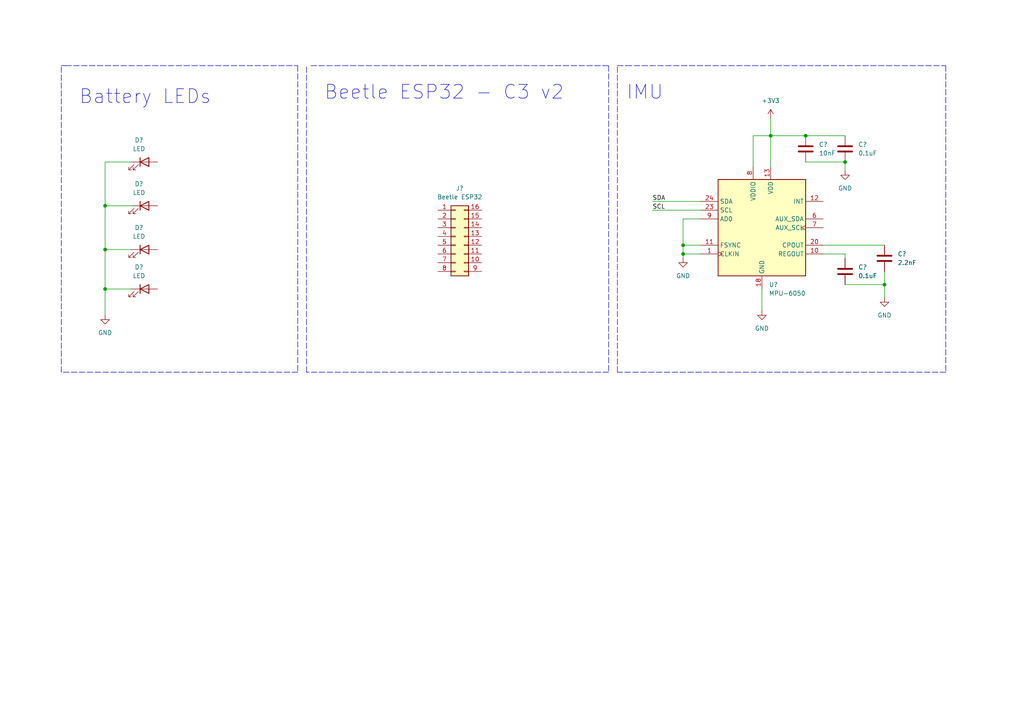
<source format=kicad_sch>
(kicad_sch (version 20211123) (generator eeschema)

  (uuid 1ae7948c-807f-4383-9613-50189d4be67e)

  (paper "A4")

  (lib_symbols
    (symbol "Connector_Generic:Conn_02x08_Counter_Clockwise" (pin_names (offset 1.016) hide) (in_bom yes) (on_board yes)
      (property "Reference" "J" (id 0) (at 1.27 10.16 0)
        (effects (font (size 1.27 1.27)))
      )
      (property "Value" "Conn_02x08_Counter_Clockwise" (id 1) (at 1.27 -12.7 0)
        (effects (font (size 1.27 1.27)))
      )
      (property "Footprint" "" (id 2) (at 0 0 0)
        (effects (font (size 1.27 1.27)) hide)
      )
      (property "Datasheet" "~" (id 3) (at 0 0 0)
        (effects (font (size 1.27 1.27)) hide)
      )
      (property "ki_keywords" "connector" (id 4) (at 0 0 0)
        (effects (font (size 1.27 1.27)) hide)
      )
      (property "ki_description" "Generic connector, double row, 02x08, counter clockwise pin numbering scheme (similar to DIP package numbering), script generated (kicad-library-utils/schlib/autogen/connector/)" (id 5) (at 0 0 0)
        (effects (font (size 1.27 1.27)) hide)
      )
      (property "ki_fp_filters" "Connector*:*_2x??_*" (id 6) (at 0 0 0)
        (effects (font (size 1.27 1.27)) hide)
      )
      (symbol "Conn_02x08_Counter_Clockwise_1_1"
        (rectangle (start -1.27 -10.033) (end 0 -10.287)
          (stroke (width 0.1524) (type default) (color 0 0 0 0))
          (fill (type none))
        )
        (rectangle (start -1.27 -7.493) (end 0 -7.747)
          (stroke (width 0.1524) (type default) (color 0 0 0 0))
          (fill (type none))
        )
        (rectangle (start -1.27 -4.953) (end 0 -5.207)
          (stroke (width 0.1524) (type default) (color 0 0 0 0))
          (fill (type none))
        )
        (rectangle (start -1.27 -2.413) (end 0 -2.667)
          (stroke (width 0.1524) (type default) (color 0 0 0 0))
          (fill (type none))
        )
        (rectangle (start -1.27 0.127) (end 0 -0.127)
          (stroke (width 0.1524) (type default) (color 0 0 0 0))
          (fill (type none))
        )
        (rectangle (start -1.27 2.667) (end 0 2.413)
          (stroke (width 0.1524) (type default) (color 0 0 0 0))
          (fill (type none))
        )
        (rectangle (start -1.27 5.207) (end 0 4.953)
          (stroke (width 0.1524) (type default) (color 0 0 0 0))
          (fill (type none))
        )
        (rectangle (start -1.27 7.747) (end 0 7.493)
          (stroke (width 0.1524) (type default) (color 0 0 0 0))
          (fill (type none))
        )
        (rectangle (start -1.27 8.89) (end 3.81 -11.43)
          (stroke (width 0.254) (type default) (color 0 0 0 0))
          (fill (type background))
        )
        (rectangle (start 3.81 -10.033) (end 2.54 -10.287)
          (stroke (width 0.1524) (type default) (color 0 0 0 0))
          (fill (type none))
        )
        (rectangle (start 3.81 -7.493) (end 2.54 -7.747)
          (stroke (width 0.1524) (type default) (color 0 0 0 0))
          (fill (type none))
        )
        (rectangle (start 3.81 -4.953) (end 2.54 -5.207)
          (stroke (width 0.1524) (type default) (color 0 0 0 0))
          (fill (type none))
        )
        (rectangle (start 3.81 -2.413) (end 2.54 -2.667)
          (stroke (width 0.1524) (type default) (color 0 0 0 0))
          (fill (type none))
        )
        (rectangle (start 3.81 0.127) (end 2.54 -0.127)
          (stroke (width 0.1524) (type default) (color 0 0 0 0))
          (fill (type none))
        )
        (rectangle (start 3.81 2.667) (end 2.54 2.413)
          (stroke (width 0.1524) (type default) (color 0 0 0 0))
          (fill (type none))
        )
        (rectangle (start 3.81 5.207) (end 2.54 4.953)
          (stroke (width 0.1524) (type default) (color 0 0 0 0))
          (fill (type none))
        )
        (rectangle (start 3.81 7.747) (end 2.54 7.493)
          (stroke (width 0.1524) (type default) (color 0 0 0 0))
          (fill (type none))
        )
        (pin passive line (at -5.08 7.62 0) (length 3.81)
          (name "Pin_1" (effects (font (size 1.27 1.27))))
          (number "1" (effects (font (size 1.27 1.27))))
        )
        (pin passive line (at 7.62 -7.62 180) (length 3.81)
          (name "Pin_10" (effects (font (size 1.27 1.27))))
          (number "10" (effects (font (size 1.27 1.27))))
        )
        (pin passive line (at 7.62 -5.08 180) (length 3.81)
          (name "Pin_11" (effects (font (size 1.27 1.27))))
          (number "11" (effects (font (size 1.27 1.27))))
        )
        (pin passive line (at 7.62 -2.54 180) (length 3.81)
          (name "Pin_12" (effects (font (size 1.27 1.27))))
          (number "12" (effects (font (size 1.27 1.27))))
        )
        (pin passive line (at 7.62 0 180) (length 3.81)
          (name "Pin_13" (effects (font (size 1.27 1.27))))
          (number "13" (effects (font (size 1.27 1.27))))
        )
        (pin passive line (at 7.62 2.54 180) (length 3.81)
          (name "Pin_14" (effects (font (size 1.27 1.27))))
          (number "14" (effects (font (size 1.27 1.27))))
        )
        (pin passive line (at 7.62 5.08 180) (length 3.81)
          (name "Pin_15" (effects (font (size 1.27 1.27))))
          (number "15" (effects (font (size 1.27 1.27))))
        )
        (pin passive line (at 7.62 7.62 180) (length 3.81)
          (name "Pin_16" (effects (font (size 1.27 1.27))))
          (number "16" (effects (font (size 1.27 1.27))))
        )
        (pin passive line (at -5.08 5.08 0) (length 3.81)
          (name "Pin_2" (effects (font (size 1.27 1.27))))
          (number "2" (effects (font (size 1.27 1.27))))
        )
        (pin passive line (at -5.08 2.54 0) (length 3.81)
          (name "Pin_3" (effects (font (size 1.27 1.27))))
          (number "3" (effects (font (size 1.27 1.27))))
        )
        (pin passive line (at -5.08 0 0) (length 3.81)
          (name "Pin_4" (effects (font (size 1.27 1.27))))
          (number "4" (effects (font (size 1.27 1.27))))
        )
        (pin passive line (at -5.08 -2.54 0) (length 3.81)
          (name "Pin_5" (effects (font (size 1.27 1.27))))
          (number "5" (effects (font (size 1.27 1.27))))
        )
        (pin passive line (at -5.08 -5.08 0) (length 3.81)
          (name "Pin_6" (effects (font (size 1.27 1.27))))
          (number "6" (effects (font (size 1.27 1.27))))
        )
        (pin passive line (at -5.08 -7.62 0) (length 3.81)
          (name "Pin_7" (effects (font (size 1.27 1.27))))
          (number "7" (effects (font (size 1.27 1.27))))
        )
        (pin passive line (at -5.08 -10.16 0) (length 3.81)
          (name "Pin_8" (effects (font (size 1.27 1.27))))
          (number "8" (effects (font (size 1.27 1.27))))
        )
        (pin passive line (at 7.62 -10.16 180) (length 3.81)
          (name "Pin_9" (effects (font (size 1.27 1.27))))
          (number "9" (effects (font (size 1.27 1.27))))
        )
      )
    )
    (symbol "Device:C" (pin_numbers hide) (pin_names (offset 0.254)) (in_bom yes) (on_board yes)
      (property "Reference" "C" (id 0) (at 0.635 2.54 0)
        (effects (font (size 1.27 1.27)) (justify left))
      )
      (property "Value" "C" (id 1) (at 0.635 -2.54 0)
        (effects (font (size 1.27 1.27)) (justify left))
      )
      (property "Footprint" "" (id 2) (at 0.9652 -3.81 0)
        (effects (font (size 1.27 1.27)) hide)
      )
      (property "Datasheet" "~" (id 3) (at 0 0 0)
        (effects (font (size 1.27 1.27)) hide)
      )
      (property "ki_keywords" "cap capacitor" (id 4) (at 0 0 0)
        (effects (font (size 1.27 1.27)) hide)
      )
      (property "ki_description" "Unpolarized capacitor" (id 5) (at 0 0 0)
        (effects (font (size 1.27 1.27)) hide)
      )
      (property "ki_fp_filters" "C_*" (id 6) (at 0 0 0)
        (effects (font (size 1.27 1.27)) hide)
      )
      (symbol "C_0_1"
        (polyline
          (pts
            (xy -2.032 -0.762)
            (xy 2.032 -0.762)
          )
          (stroke (width 0.508) (type default) (color 0 0 0 0))
          (fill (type none))
        )
        (polyline
          (pts
            (xy -2.032 0.762)
            (xy 2.032 0.762)
          )
          (stroke (width 0.508) (type default) (color 0 0 0 0))
          (fill (type none))
        )
      )
      (symbol "C_1_1"
        (pin passive line (at 0 3.81 270) (length 2.794)
          (name "~" (effects (font (size 1.27 1.27))))
          (number "1" (effects (font (size 1.27 1.27))))
        )
        (pin passive line (at 0 -3.81 90) (length 2.794)
          (name "~" (effects (font (size 1.27 1.27))))
          (number "2" (effects (font (size 1.27 1.27))))
        )
      )
    )
    (symbol "Device:LED" (pin_numbers hide) (pin_names (offset 1.016) hide) (in_bom yes) (on_board yes)
      (property "Reference" "D" (id 0) (at 0 2.54 0)
        (effects (font (size 1.27 1.27)))
      )
      (property "Value" "LED" (id 1) (at 0 -2.54 0)
        (effects (font (size 1.27 1.27)))
      )
      (property "Footprint" "" (id 2) (at 0 0 0)
        (effects (font (size 1.27 1.27)) hide)
      )
      (property "Datasheet" "~" (id 3) (at 0 0 0)
        (effects (font (size 1.27 1.27)) hide)
      )
      (property "ki_keywords" "LED diode" (id 4) (at 0 0 0)
        (effects (font (size 1.27 1.27)) hide)
      )
      (property "ki_description" "Light emitting diode" (id 5) (at 0 0 0)
        (effects (font (size 1.27 1.27)) hide)
      )
      (property "ki_fp_filters" "LED* LED_SMD:* LED_THT:*" (id 6) (at 0 0 0)
        (effects (font (size 1.27 1.27)) hide)
      )
      (symbol "LED_0_1"
        (polyline
          (pts
            (xy -1.27 -1.27)
            (xy -1.27 1.27)
          )
          (stroke (width 0.254) (type default) (color 0 0 0 0))
          (fill (type none))
        )
        (polyline
          (pts
            (xy -1.27 0)
            (xy 1.27 0)
          )
          (stroke (width 0) (type default) (color 0 0 0 0))
          (fill (type none))
        )
        (polyline
          (pts
            (xy 1.27 -1.27)
            (xy 1.27 1.27)
            (xy -1.27 0)
            (xy 1.27 -1.27)
          )
          (stroke (width 0.254) (type default) (color 0 0 0 0))
          (fill (type none))
        )
        (polyline
          (pts
            (xy -3.048 -0.762)
            (xy -4.572 -2.286)
            (xy -3.81 -2.286)
            (xy -4.572 -2.286)
            (xy -4.572 -1.524)
          )
          (stroke (width 0) (type default) (color 0 0 0 0))
          (fill (type none))
        )
        (polyline
          (pts
            (xy -1.778 -0.762)
            (xy -3.302 -2.286)
            (xy -2.54 -2.286)
            (xy -3.302 -2.286)
            (xy -3.302 -1.524)
          )
          (stroke (width 0) (type default) (color 0 0 0 0))
          (fill (type none))
        )
      )
      (symbol "LED_1_1"
        (pin passive line (at -3.81 0 0) (length 2.54)
          (name "K" (effects (font (size 1.27 1.27))))
          (number "1" (effects (font (size 1.27 1.27))))
        )
        (pin passive line (at 3.81 0 180) (length 2.54)
          (name "A" (effects (font (size 1.27 1.27))))
          (number "2" (effects (font (size 1.27 1.27))))
        )
      )
    )
    (symbol "Sensor_Motion:MPU-6050" (in_bom yes) (on_board yes)
      (property "Reference" "U" (id 0) (at -11.43 13.97 0)
        (effects (font (size 1.27 1.27)))
      )
      (property "Value" "MPU-6050" (id 1) (at 7.62 -15.24 0)
        (effects (font (size 1.27 1.27)))
      )
      (property "Footprint" "Sensor_Motion:InvenSense_QFN-24_4x4mm_P0.5mm" (id 2) (at 0 -20.32 0)
        (effects (font (size 1.27 1.27)) hide)
      )
      (property "Datasheet" "https://store.invensense.com/datasheets/invensense/MPU-6050_DataSheet_V3%204.pdf" (id 3) (at 0 -3.81 0)
        (effects (font (size 1.27 1.27)) hide)
      )
      (property "ki_keywords" "mems" (id 4) (at 0 0 0)
        (effects (font (size 1.27 1.27)) hide)
      )
      (property "ki_description" "InvenSense 6-Axis Motion Sensor, Gyroscope, Accelerometer, I2C" (id 5) (at 0 0 0)
        (effects (font (size 1.27 1.27)) hide)
      )
      (property "ki_fp_filters" "*QFN*4x4mm*P0.5mm*" (id 6) (at 0 0 0)
        (effects (font (size 1.27 1.27)) hide)
      )
      (symbol "MPU-6050_0_0"
        (text "" (at 12.7 -2.54 0)
          (effects (font (size 1.27 1.27)))
        )
      )
      (symbol "MPU-6050_0_1"
        (rectangle (start -12.7 13.97) (end 12.7 -13.97)
          (stroke (width 0.254) (type default) (color 0 0 0 0))
          (fill (type background))
        )
      )
      (symbol "MPU-6050_1_1"
        (pin input clock (at -17.78 -7.62 0) (length 5.08)
          (name "CLKIN" (effects (font (size 1.27 1.27))))
          (number "1" (effects (font (size 1.27 1.27))))
        )
        (pin passive line (at 17.78 -7.62 180) (length 5.08)
          (name "REGOUT" (effects (font (size 1.27 1.27))))
          (number "10" (effects (font (size 1.27 1.27))))
        )
        (pin input line (at -17.78 -5.08 0) (length 5.08)
          (name "FSYNC" (effects (font (size 1.27 1.27))))
          (number "11" (effects (font (size 1.27 1.27))))
        )
        (pin output line (at 17.78 7.62 180) (length 5.08)
          (name "INT" (effects (font (size 1.27 1.27))))
          (number "12" (effects (font (size 1.27 1.27))))
        )
        (pin power_in line (at 2.54 17.78 270) (length 3.81)
          (name "VDD" (effects (font (size 1.27 1.27))))
          (number "13" (effects (font (size 1.27 1.27))))
        )
        (pin no_connect line (at -12.7 -10.16 0) (length 2.54) hide
          (name "NC" (effects (font (size 1.27 1.27))))
          (number "14" (effects (font (size 1.27 1.27))))
        )
        (pin no_connect line (at 12.7 12.7 180) (length 2.54) hide
          (name "NC" (effects (font (size 1.27 1.27))))
          (number "15" (effects (font (size 1.27 1.27))))
        )
        (pin no_connect line (at 12.7 10.16 180) (length 2.54) hide
          (name "NC" (effects (font (size 1.27 1.27))))
          (number "16" (effects (font (size 1.27 1.27))))
        )
        (pin no_connect line (at 12.7 5.08 180) (length 2.54) hide
          (name "NC" (effects (font (size 1.27 1.27))))
          (number "17" (effects (font (size 1.27 1.27))))
        )
        (pin power_in line (at 0 -17.78 90) (length 3.81)
          (name "GND" (effects (font (size 1.27 1.27))))
          (number "18" (effects (font (size 1.27 1.27))))
        )
        (pin no_connect line (at 12.7 -10.16 180) (length 2.54) hide
          (name "NC" (effects (font (size 1.27 1.27))))
          (number "19" (effects (font (size 1.27 1.27))))
        )
        (pin no_connect line (at -12.7 12.7 0) (length 2.54) hide
          (name "NC" (effects (font (size 1.27 1.27))))
          (number "2" (effects (font (size 1.27 1.27))))
        )
        (pin passive line (at 17.78 -5.08 180) (length 5.08)
          (name "CPOUT" (effects (font (size 1.27 1.27))))
          (number "20" (effects (font (size 1.27 1.27))))
        )
        (pin no_connect line (at 12.7 -2.54 180) (length 2.54) hide
          (name "NC" (effects (font (size 1.27 1.27))))
          (number "21" (effects (font (size 1.27 1.27))))
        )
        (pin no_connect line (at 12.7 -12.7 180) (length 2.54) hide
          (name "NC" (effects (font (size 1.27 1.27))))
          (number "22" (effects (font (size 1.27 1.27))))
        )
        (pin input line (at -17.78 5.08 0) (length 5.08)
          (name "SCL" (effects (font (size 1.27 1.27))))
          (number "23" (effects (font (size 1.27 1.27))))
        )
        (pin bidirectional line (at -17.78 7.62 0) (length 5.08)
          (name "SDA" (effects (font (size 1.27 1.27))))
          (number "24" (effects (font (size 1.27 1.27))))
        )
        (pin no_connect line (at -12.7 10.16 0) (length 2.54) hide
          (name "NC" (effects (font (size 1.27 1.27))))
          (number "3" (effects (font (size 1.27 1.27))))
        )
        (pin no_connect line (at -12.7 0 0) (length 2.54) hide
          (name "NC" (effects (font (size 1.27 1.27))))
          (number "4" (effects (font (size 1.27 1.27))))
        )
        (pin no_connect line (at -12.7 -2.54 0) (length 2.54) hide
          (name "NC" (effects (font (size 1.27 1.27))))
          (number "5" (effects (font (size 1.27 1.27))))
        )
        (pin bidirectional line (at 17.78 2.54 180) (length 5.08)
          (name "AUX_SDA" (effects (font (size 1.27 1.27))))
          (number "6" (effects (font (size 1.27 1.27))))
        )
        (pin output clock (at 17.78 0 180) (length 5.08)
          (name "AUX_SCL" (effects (font (size 1.27 1.27))))
          (number "7" (effects (font (size 1.27 1.27))))
        )
        (pin power_in line (at -2.54 17.78 270) (length 3.81)
          (name "VDDIO" (effects (font (size 1.27 1.27))))
          (number "8" (effects (font (size 1.27 1.27))))
        )
        (pin input line (at -17.78 2.54 0) (length 5.08)
          (name "AD0" (effects (font (size 1.27 1.27))))
          (number "9" (effects (font (size 1.27 1.27))))
        )
      )
    )
    (symbol "power:+3V3" (power) (pin_names (offset 0)) (in_bom yes) (on_board yes)
      (property "Reference" "#PWR" (id 0) (at 0 -3.81 0)
        (effects (font (size 1.27 1.27)) hide)
      )
      (property "Value" "+3V3" (id 1) (at 0 3.556 0)
        (effects (font (size 1.27 1.27)))
      )
      (property "Footprint" "" (id 2) (at 0 0 0)
        (effects (font (size 1.27 1.27)) hide)
      )
      (property "Datasheet" "" (id 3) (at 0 0 0)
        (effects (font (size 1.27 1.27)) hide)
      )
      (property "ki_keywords" "power-flag" (id 4) (at 0 0 0)
        (effects (font (size 1.27 1.27)) hide)
      )
      (property "ki_description" "Power symbol creates a global label with name \"+3V3\"" (id 5) (at 0 0 0)
        (effects (font (size 1.27 1.27)) hide)
      )
      (symbol "+3V3_0_1"
        (polyline
          (pts
            (xy -0.762 1.27)
            (xy 0 2.54)
          )
          (stroke (width 0) (type default) (color 0 0 0 0))
          (fill (type none))
        )
        (polyline
          (pts
            (xy 0 0)
            (xy 0 2.54)
          )
          (stroke (width 0) (type default) (color 0 0 0 0))
          (fill (type none))
        )
        (polyline
          (pts
            (xy 0 2.54)
            (xy 0.762 1.27)
          )
          (stroke (width 0) (type default) (color 0 0 0 0))
          (fill (type none))
        )
      )
      (symbol "+3V3_1_1"
        (pin power_in line (at 0 0 90) (length 0) hide
          (name "+3V3" (effects (font (size 1.27 1.27))))
          (number "1" (effects (font (size 1.27 1.27))))
        )
      )
    )
    (symbol "power:GND" (power) (pin_names (offset 0)) (in_bom yes) (on_board yes)
      (property "Reference" "#PWR" (id 0) (at 0 -6.35 0)
        (effects (font (size 1.27 1.27)) hide)
      )
      (property "Value" "GND" (id 1) (at 0 -3.81 0)
        (effects (font (size 1.27 1.27)))
      )
      (property "Footprint" "" (id 2) (at 0 0 0)
        (effects (font (size 1.27 1.27)) hide)
      )
      (property "Datasheet" "" (id 3) (at 0 0 0)
        (effects (font (size 1.27 1.27)) hide)
      )
      (property "ki_keywords" "power-flag" (id 4) (at 0 0 0)
        (effects (font (size 1.27 1.27)) hide)
      )
      (property "ki_description" "Power symbol creates a global label with name \"GND\" , ground" (id 5) (at 0 0 0)
        (effects (font (size 1.27 1.27)) hide)
      )
      (symbol "GND_0_1"
        (polyline
          (pts
            (xy 0 0)
            (xy 0 -1.27)
            (xy 1.27 -1.27)
            (xy 0 -2.54)
            (xy -1.27 -1.27)
            (xy 0 -1.27)
          )
          (stroke (width 0) (type default) (color 0 0 0 0))
          (fill (type none))
        )
      )
      (symbol "GND_1_1"
        (pin power_in line (at 0 0 270) (length 0) hide
          (name "GND" (effects (font (size 1.27 1.27))))
          (number "1" (effects (font (size 1.27 1.27))))
        )
      )
    )
  )

  (junction (at 198.12 71.12) (diameter 0) (color 0 0 0 0)
    (uuid 690009f8-67fe-4e9a-be42-c7dd9bcfc9d0)
  )
  (junction (at 30.48 83.82) (diameter 0) (color 0 0 0 0)
    (uuid 7cbc729a-e4b1-494a-a769-bcf0cfe19fef)
  )
  (junction (at 256.54 82.55) (diameter 0) (color 0 0 0 0)
    (uuid 899c5129-1255-49b1-ba07-12acece2c4b5)
  )
  (junction (at 245.11 46.99) (diameter 0) (color 0 0 0 0)
    (uuid 9068df47-fab2-46c4-928d-3f949b622b1d)
  )
  (junction (at 223.52 39.37) (diameter 0) (color 0 0 0 0)
    (uuid 9d382679-850b-46e6-9ddb-a4958f19d1c3)
  )
  (junction (at 198.12 73.66) (diameter 0) (color 0 0 0 0)
    (uuid c0575277-0038-4ab7-b43b-6e3a4ac9c438)
  )
  (junction (at 233.68 39.37) (diameter 0) (color 0 0 0 0)
    (uuid c2f9396e-c5b6-4687-9f76-8b96e8127f67)
  )
  (junction (at 30.48 59.69) (diameter 0) (color 0 0 0 0)
    (uuid cf2cd380-dc6e-48e9-a9ec-603197965a0d)
  )
  (junction (at 30.48 72.39) (diameter 0) (color 0 0 0 0)
    (uuid e6f2a0a7-5c80-47cf-b40c-66ed8b971ed9)
  )

  (wire (pts (xy 223.52 39.37) (xy 233.68 39.37))
    (stroke (width 0) (type default) (color 0 0 0 0))
    (uuid 01dbf05e-58ec-4162-8d1e-3226141ac11a)
  )
  (wire (pts (xy 203.2 71.12) (xy 198.12 71.12))
    (stroke (width 0) (type default) (color 0 0 0 0))
    (uuid 0a69441a-9349-4078-9d27-3b4b05e8f54b)
  )
  (wire (pts (xy 256.54 78.74) (xy 256.54 82.55))
    (stroke (width 0) (type default) (color 0 0 0 0))
    (uuid 0ad3e8ce-b62d-4dbd-809b-646accb49b5b)
  )
  (polyline (pts (xy 86.36 107.95) (xy 17.78 107.95))
    (stroke (width 0) (type default) (color 0 0 0 0))
    (uuid 11ba9571-85ef-439a-8c9c-c8fdbb014b30)
  )

  (wire (pts (xy 223.52 34.29) (xy 223.52 39.37))
    (stroke (width 0) (type default) (color 0 0 0 0))
    (uuid 14811fa0-714a-48f8-8c4b-40987e643654)
  )
  (polyline (pts (xy 86.36 19.05) (xy 86.36 107.95))
    (stroke (width 0) (type default) (color 0 0 0 0))
    (uuid 1874f842-aa2a-4ac3-ac21-33a980e6001a)
  )
  (polyline (pts (xy 179.07 107.95) (xy 179.07 19.05))
    (stroke (width 0) (type default) (color 0 0 0 0))
    (uuid 29225bd4-22e3-45a8-82fb-b0c8186362d0)
  )
  (polyline (pts (xy 176.53 19.05) (xy 176.53 107.95))
    (stroke (width 0) (type default) (color 0 0 0 0))
    (uuid 3ac5a4f8-4106-4192-9a53-4d009178248d)
  )
  (polyline (pts (xy 17.78 19.05) (xy 19.05 19.05))
    (stroke (width 0) (type default) (color 0 0 0 0))
    (uuid 422d8969-2e14-47bc-b52a-996f5ea11b7b)
  )

  (wire (pts (xy 189.23 60.96) (xy 203.2 60.96))
    (stroke (width 0) (type default) (color 0 0 0 0))
    (uuid 42c01fdf-e02e-4bbc-86e2-8b65378a7516)
  )
  (wire (pts (xy 245.11 82.55) (xy 256.54 82.55))
    (stroke (width 0) (type default) (color 0 0 0 0))
    (uuid 45a5583f-3329-4dc6-bb3a-1915eb0b978f)
  )
  (wire (pts (xy 38.1 46.99) (xy 30.48 46.99))
    (stroke (width 0) (type default) (color 0 0 0 0))
    (uuid 45db436b-b47b-4112-bc82-2bfe8afc04c3)
  )
  (wire (pts (xy 198.12 73.66) (xy 198.12 74.93))
    (stroke (width 0) (type default) (color 0 0 0 0))
    (uuid 46a331e8-a67a-4ce3-ad2b-39f16d08770a)
  )
  (wire (pts (xy 198.12 73.66) (xy 203.2 73.66))
    (stroke (width 0) (type default) (color 0 0 0 0))
    (uuid 53b05379-6b3c-438f-be21-e46e96a2d243)
  )
  (polyline (pts (xy 181.61 19.05) (xy 274.32 19.05))
    (stroke (width 0) (type default) (color 0 0 0 0))
    (uuid 565c16fc-1edf-42d3-a9da-5bf252a5b313)
  )

  (wire (pts (xy 218.44 39.37) (xy 223.52 39.37))
    (stroke (width 0) (type default) (color 0 0 0 0))
    (uuid 58242929-0055-461d-9b3b-6181b76362c5)
  )
  (wire (pts (xy 198.12 63.5) (xy 198.12 71.12))
    (stroke (width 0) (type default) (color 0 0 0 0))
    (uuid 5da099f9-d159-4c7f-b45c-d55c03c38829)
  )
  (wire (pts (xy 30.48 46.99) (xy 30.48 59.69))
    (stroke (width 0) (type default) (color 0 0 0 0))
    (uuid 5f9b79fc-5408-4924-80ba-b0eec10d686a)
  )
  (wire (pts (xy 38.1 72.39) (xy 30.48 72.39))
    (stroke (width 0) (type default) (color 0 0 0 0))
    (uuid 75aeb5fe-dbfa-44ac-a5af-96a54b96b5c6)
  )
  (wire (pts (xy 223.52 39.37) (xy 223.52 48.26))
    (stroke (width 0) (type default) (color 0 0 0 0))
    (uuid 77a943d7-2fa1-49ce-bc2e-5c8ad79f6d04)
  )
  (wire (pts (xy 238.76 71.12) (xy 256.54 71.12))
    (stroke (width 0) (type default) (color 0 0 0 0))
    (uuid 7ab12717-ba04-4ee0-a075-ae26f4e4bc37)
  )
  (wire (pts (xy 256.54 82.55) (xy 256.54 86.36))
    (stroke (width 0) (type default) (color 0 0 0 0))
    (uuid 7ce434cb-2676-43c9-9b8f-6a5b7f6237d7)
  )
  (polyline (pts (xy 88.9 107.95) (xy 88.9 19.05))
    (stroke (width 0) (type default) (color 0 0 0 0))
    (uuid 8bc28ab0-1ea1-45d0-b68a-491525b5de53)
  )
  (polyline (pts (xy 176.53 107.95) (xy 88.9 107.95))
    (stroke (width 0) (type default) (color 0 0 0 0))
    (uuid 90b9095e-de37-4645-bdda-27d50855f259)
  )

  (wire (pts (xy 30.48 83.82) (xy 30.48 91.44))
    (stroke (width 0) (type default) (color 0 0 0 0))
    (uuid 97211c9d-f9d8-4a9b-8bc1-11397019b335)
  )
  (wire (pts (xy 30.48 72.39) (xy 30.48 83.82))
    (stroke (width 0) (type default) (color 0 0 0 0))
    (uuid 984e62dc-515b-4a1e-8103-2378c3fe4317)
  )
  (wire (pts (xy 238.76 73.66) (xy 245.11 73.66))
    (stroke (width 0) (type default) (color 0 0 0 0))
    (uuid b016ab92-5ed7-484c-b926-ce95b705f8b7)
  )
  (wire (pts (xy 220.98 83.82) (xy 220.98 90.17))
    (stroke (width 0) (type default) (color 0 0 0 0))
    (uuid b36aaaa3-4046-47fa-9ba1-5f3e24b6bdfa)
  )
  (polyline (pts (xy 274.32 19.05) (xy 274.32 107.95))
    (stroke (width 0) (type default) (color 0 0 0 0))
    (uuid b4276f8f-638a-403c-a7d5-8be90e4f6a73)
  )

  (wire (pts (xy 38.1 83.82) (xy 30.48 83.82))
    (stroke (width 0) (type default) (color 0 0 0 0))
    (uuid b5555a33-2f62-4f12-aff4-ae23fc6c3ce5)
  )
  (polyline (pts (xy 179.07 19.05) (xy 181.61 19.05))
    (stroke (width 0) (type default) (color 0 0 0 0))
    (uuid bd896640-ddec-47fe-81f6-2683422fbb70)
  )

  (wire (pts (xy 233.68 39.37) (xy 245.11 39.37))
    (stroke (width 0) (type default) (color 0 0 0 0))
    (uuid bfb1f71f-85bc-4bd5-a44f-ed5f8114d6ed)
  )
  (polyline (pts (xy 19.05 19.05) (xy 86.36 19.05))
    (stroke (width 0) (type default) (color 0 0 0 0))
    (uuid c3e6a708-c57c-4a94-a550-c6b5feee56eb)
  )

  (wire (pts (xy 203.2 63.5) (xy 198.12 63.5))
    (stroke (width 0) (type default) (color 0 0 0 0))
    (uuid c5e32d56-32a4-42fb-a4f6-b6b94d425064)
  )
  (polyline (pts (xy 90.17 19.05) (xy 176.53 19.05))
    (stroke (width 0) (type default) (color 0 0 0 0))
    (uuid cc7e0ff5-4bbe-44a8-9b0e-e40c763e7fa2)
  )

  (wire (pts (xy 245.11 46.99) (xy 245.11 49.53))
    (stroke (width 0) (type default) (color 0 0 0 0))
    (uuid cf03270b-cad2-4462-9863-cbbd36635f07)
  )
  (wire (pts (xy 233.68 46.99) (xy 245.11 46.99))
    (stroke (width 0) (type default) (color 0 0 0 0))
    (uuid dc463e11-961d-48aa-8f25-ef8d522243c3)
  )
  (wire (pts (xy 30.48 59.69) (xy 30.48 72.39))
    (stroke (width 0) (type default) (color 0 0 0 0))
    (uuid dfa260e3-045e-47cf-9037-fc062d924a8e)
  )
  (wire (pts (xy 189.23 58.42) (xy 203.2 58.42))
    (stroke (width 0) (type default) (color 0 0 0 0))
    (uuid ec20060c-45d7-4f37-b1ce-f9500474bb60)
  )
  (wire (pts (xy 30.48 59.69) (xy 38.1 59.69))
    (stroke (width 0) (type default) (color 0 0 0 0))
    (uuid ef9a003d-06d6-42f2-958e-4c409ca2b5c5)
  )
  (wire (pts (xy 245.11 73.66) (xy 245.11 74.93))
    (stroke (width 0) (type default) (color 0 0 0 0))
    (uuid f38138ea-b92a-442d-83f4-c0c7e4325643)
  )
  (polyline (pts (xy 17.78 107.95) (xy 17.78 19.05))
    (stroke (width 0) (type default) (color 0 0 0 0))
    (uuid f6ceb9ff-61ca-4afc-8532-245f60702c05)
  )
  (polyline (pts (xy 274.32 107.95) (xy 179.07 107.95))
    (stroke (width 0) (type default) (color 0 0 0 0))
    (uuid f785d1d4-888b-4109-8a73-1ccbe5bc2b3d)
  )

  (wire (pts (xy 218.44 48.26) (xy 218.44 39.37))
    (stroke (width 0) (type default) (color 0 0 0 0))
    (uuid f9aba8d2-acd8-4eb0-8eed-0fef782a2fcd)
  )
  (wire (pts (xy 198.12 71.12) (xy 198.12 73.66))
    (stroke (width 0) (type default) (color 0 0 0 0))
    (uuid ff81e499-91bb-454d-8523-dcc024ebe24c)
  )

  (text "Battery LEDs" (at 22.86 30.48 0)
    (effects (font (size 4 4)) (justify left bottom))
    (uuid 79be6f9f-4ba6-47dc-bb1e-061e0649f10e)
  )
  (text "IMU" (at 181.61 29.21 0)
    (effects (font (size 4 4)) (justify left bottom))
    (uuid 9803084e-7e6b-40f5-80fb-3ad59af9e07e)
  )
  (text "Beetle ESP32 - C3 v2" (at 93.98 29.21 0)
    (effects (font (size 4 4)) (justify left bottom))
    (uuid f645b2db-514c-48a2-8776-6461562dc2f4)
  )

  (label "SDA" (at 189.23 58.42 0)
    (effects (font (size 1.27 1.27)) (justify left bottom))
    (uuid aad81cee-b662-4ad5-8c2c-6b5d171f72a9)
  )
  (label "SCL" (at 189.23 60.96 0)
    (effects (font (size 1.27 1.27)) (justify left bottom))
    (uuid d25f5e7c-346e-448a-a941-1168adda22b5)
  )

  (symbol (lib_id "Device:LED") (at 41.91 59.69 0) (unit 1)
    (in_bom yes) (on_board yes) (fields_autoplaced)
    (uuid 12b30860-dddf-448e-96a2-71721465c456)
    (property "Reference" "D?" (id 0) (at 40.3225 53.34 0))
    (property "Value" "LED" (id 1) (at 40.3225 55.88 0))
    (property "Footprint" "" (id 2) (at 41.91 59.69 0)
      (effects (font (size 1.27 1.27)) hide)
    )
    (property "Datasheet" "~" (id 3) (at 41.91 59.69 0)
      (effects (font (size 1.27 1.27)) hide)
    )
    (pin "1" (uuid 5771dcb8-9ad1-4ad7-9c9d-172a89c4aeda))
    (pin "2" (uuid 53e4c452-c961-45db-bbe7-1924647190b2))
  )

  (symbol (lib_id "Device:LED") (at 41.91 46.99 0) (unit 1)
    (in_bom yes) (on_board yes) (fields_autoplaced)
    (uuid 1412175b-9718-4639-893c-c556ac2e5a93)
    (property "Reference" "D?" (id 0) (at 40.3225 40.64 0))
    (property "Value" "LED" (id 1) (at 40.3225 43.18 0))
    (property "Footprint" "" (id 2) (at 41.91 46.99 0)
      (effects (font (size 1.27 1.27)) hide)
    )
    (property "Datasheet" "~" (id 3) (at 41.91 46.99 0)
      (effects (font (size 1.27 1.27)) hide)
    )
    (pin "1" (uuid 3e1e0d78-4a5c-4dfe-ae9d-392cbd71a7f7))
    (pin "2" (uuid ee574d73-42d0-426d-8efb-fc011dab52d0))
  )

  (symbol (lib_id "Connector_Generic:Conn_02x08_Counter_Clockwise") (at 132.08 68.58 0) (unit 1)
    (in_bom yes) (on_board yes) (fields_autoplaced)
    (uuid 1a5216de-856b-48b4-bd6d-cbca21e90be2)
    (property "Reference" "J?" (id 0) (at 133.35 54.61 0))
    (property "Value" "Beetle ESP32" (id 1) (at 133.35 57.15 0))
    (property "Footprint" "" (id 2) (at 132.08 68.58 0)
      (effects (font (size 1.27 1.27)) hide)
    )
    (property "Datasheet" "~" (id 3) (at 132.08 68.58 0)
      (effects (font (size 1.27 1.27)) hide)
    )
    (pin "1" (uuid 1c7484ae-8bef-4ae9-926c-e41d27be447f))
    (pin "10" (uuid d7015dfd-f8a5-4e59-b8f7-90327194c42e))
    (pin "11" (uuid 9445814b-4834-409a-a2d8-3d7a47154825))
    (pin "12" (uuid be5fa716-b92c-4933-8768-f9398a75fefa))
    (pin "13" (uuid 7ca40402-2085-4c7a-8155-c88cd9160979))
    (pin "14" (uuid 1948959f-89f2-4070-8b59-1207b251833a))
    (pin "15" (uuid 1acb08d7-efd0-4bf8-b179-c41649572066))
    (pin "16" (uuid 9b5289d9-a11d-4770-8ab5-33acbb3e4efc))
    (pin "2" (uuid c866af8e-a6a9-4423-b306-786298b27a77))
    (pin "3" (uuid 7df529bc-61d9-4552-b86d-e8c1410a0188))
    (pin "4" (uuid 8a50ad28-837b-4e51-810d-2325e74cc212))
    (pin "5" (uuid 8fccb4e9-e67b-4412-b302-d8ec8dd0e4e6))
    (pin "6" (uuid 49b82cb7-b40d-403a-81d0-dc43b7d68240))
    (pin "7" (uuid 50bed6fe-07c1-4248-9260-317d2819bba4))
    (pin "8" (uuid 5b99f306-ae4c-429d-bc26-dbf8aa919562))
    (pin "9" (uuid 65b9fd6a-a35c-4c02-8958-1edb5f04f8da))
  )

  (symbol (lib_id "Sensor_Motion:MPU-6050") (at 220.98 66.04 0) (unit 1)
    (in_bom yes) (on_board yes) (fields_autoplaced)
    (uuid 2b484961-04f6-48b2-a8c4-7292f9bb0d74)
    (property "Reference" "U?" (id 0) (at 222.9994 82.55 0)
      (effects (font (size 1.27 1.27)) (justify left))
    )
    (property "Value" "MPU-6050" (id 1) (at 222.9994 85.09 0)
      (effects (font (size 1.27 1.27)) (justify left))
    )
    (property "Footprint" "Sensor_Motion:InvenSense_QFN-24_4x4mm_P0.5mm" (id 2) (at 220.98 86.36 0)
      (effects (font (size 1.27 1.27)) hide)
    )
    (property "Datasheet" "https://store.invensense.com/datasheets/invensense/MPU-6050_DataSheet_V3%204.pdf" (id 3) (at 220.98 69.85 0)
      (effects (font (size 1.27 1.27)) hide)
    )
    (pin "1" (uuid f197b954-d2fb-4c3e-8bdc-73b97bf71b68))
    (pin "10" (uuid 185dbe82-65c4-44b0-8057-27b3895cebda))
    (pin "11" (uuid 577556ce-0cda-46dc-b21a-49b3d82bab48))
    (pin "12" (uuid a2722b67-b30d-43a9-a0e6-06a5622753c6))
    (pin "13" (uuid 8ecc560b-3ce0-41ce-bee6-080cf81912c8))
    (pin "14" (uuid 12a8845b-cef8-431b-88e8-5c8837f6f6d8))
    (pin "15" (uuid b1b90114-83d8-46c5-a830-c5b7ba390077))
    (pin "16" (uuid c726a18f-fa7e-4b87-95a5-3bd8862daa35))
    (pin "17" (uuid 4d9ee432-b082-436c-a539-8ce2de04543a))
    (pin "18" (uuid 4ea08e07-32cb-4e82-bda9-804ebf97800f))
    (pin "19" (uuid b45abf31-d839-4002-9d10-41cf1653d42e))
    (pin "2" (uuid 7a6d7386-a205-4ec5-a1ae-aba43820229d))
    (pin "20" (uuid ee9f5ffb-0320-4a60-8e0f-7f1697cc2d34))
    (pin "21" (uuid 42ef1f7e-4665-4183-927c-0bd62652a9fd))
    (pin "22" (uuid 30853fe5-37e7-4975-b7f7-780b7696cf87))
    (pin "23" (uuid ff7cdf2e-aa68-4e7e-a315-6f565982046a))
    (pin "24" (uuid f6268392-0c3f-4de6-8006-eb3061eeb063))
    (pin "3" (uuid 748a63fa-d93a-47a9-a73f-688cd24b769c))
    (pin "4" (uuid 41c70a0b-6ad4-42de-9774-66351fee0fa0))
    (pin "5" (uuid 724d315a-aaaa-408e-acc6-bbea2adb40cd))
    (pin "6" (uuid 041410b5-d282-4429-aeae-138d3df31ccf))
    (pin "7" (uuid 230840d4-e93a-4cac-91f5-a6a5c11a0082))
    (pin "8" (uuid 656cc10a-6261-41c5-bfed-c99330a8bd55))
    (pin "9" (uuid 4adb6778-5a15-4382-b3bc-c6d7ef1f5204))
  )

  (symbol (lib_id "Device:C") (at 256.54 74.93 0) (unit 1)
    (in_bom yes) (on_board yes) (fields_autoplaced)
    (uuid 5ef03ef2-161f-4ac9-8443-64669731ca8b)
    (property "Reference" "C?" (id 0) (at 260.35 73.6599 0)
      (effects (font (size 1.27 1.27)) (justify left))
    )
    (property "Value" "2.2nF" (id 1) (at 260.35 76.1999 0)
      (effects (font (size 1.27 1.27)) (justify left))
    )
    (property "Footprint" "" (id 2) (at 257.5052 78.74 0)
      (effects (font (size 1.27 1.27)) hide)
    )
    (property "Datasheet" "~" (id 3) (at 256.54 74.93 0)
      (effects (font (size 1.27 1.27)) hide)
    )
    (pin "1" (uuid d053446b-9077-4be4-8e38-36d732e9740d))
    (pin "2" (uuid ded60a43-aac1-43a7-bd0a-3c02f3e08a1c))
  )

  (symbol (lib_id "Device:LED") (at 41.91 72.39 0) (unit 1)
    (in_bom yes) (on_board yes) (fields_autoplaced)
    (uuid 625c4d76-1ad7-4a81-896c-a619a038c87e)
    (property "Reference" "D?" (id 0) (at 40.3225 66.04 0))
    (property "Value" "LED" (id 1) (at 40.3225 68.58 0))
    (property "Footprint" "" (id 2) (at 41.91 72.39 0)
      (effects (font (size 1.27 1.27)) hide)
    )
    (property "Datasheet" "~" (id 3) (at 41.91 72.39 0)
      (effects (font (size 1.27 1.27)) hide)
    )
    (pin "1" (uuid 22a1fd5c-c556-4594-8c95-c86d7b76b10c))
    (pin "2" (uuid 6ba9605b-288d-4d58-883e-4d100df52626))
  )

  (symbol (lib_id "power:GND") (at 256.54 86.36 0) (unit 1)
    (in_bom yes) (on_board yes) (fields_autoplaced)
    (uuid 73428a27-0c1c-494a-a01d-eae11395a423)
    (property "Reference" "#PWR?" (id 0) (at 256.54 92.71 0)
      (effects (font (size 1.27 1.27)) hide)
    )
    (property "Value" "GND" (id 1) (at 256.54 91.44 0))
    (property "Footprint" "" (id 2) (at 256.54 86.36 0)
      (effects (font (size 1.27 1.27)) hide)
    )
    (property "Datasheet" "" (id 3) (at 256.54 86.36 0)
      (effects (font (size 1.27 1.27)) hide)
    )
    (pin "1" (uuid 342f58f6-1f71-45e4-b147-b960dec690a8))
  )

  (symbol (lib_id "Device:C") (at 245.11 43.18 0) (unit 1)
    (in_bom yes) (on_board yes) (fields_autoplaced)
    (uuid 8a2de7b9-9d05-4751-a6d4-5791c262b9c9)
    (property "Reference" "C?" (id 0) (at 248.92 41.9099 0)
      (effects (font (size 1.27 1.27)) (justify left))
    )
    (property "Value" "0.1uF" (id 1) (at 248.92 44.4499 0)
      (effects (font (size 1.27 1.27)) (justify left))
    )
    (property "Footprint" "" (id 2) (at 246.0752 46.99 0)
      (effects (font (size 1.27 1.27)) hide)
    )
    (property "Datasheet" "~" (id 3) (at 245.11 43.18 0)
      (effects (font (size 1.27 1.27)) hide)
    )
    (pin "1" (uuid d7ea368f-ef45-4b96-a761-402b50ed2913))
    (pin "2" (uuid 315d6db9-8c6f-4c15-b42b-fd4862787056))
  )

  (symbol (lib_id "power:GND") (at 198.12 74.93 0) (unit 1)
    (in_bom yes) (on_board yes) (fields_autoplaced)
    (uuid 8b0f51fc-30b4-4c65-8655-b1693c2e1ac2)
    (property "Reference" "#PWR?" (id 0) (at 198.12 81.28 0)
      (effects (font (size 1.27 1.27)) hide)
    )
    (property "Value" "GND" (id 1) (at 198.12 80.01 0))
    (property "Footprint" "" (id 2) (at 198.12 74.93 0)
      (effects (font (size 1.27 1.27)) hide)
    )
    (property "Datasheet" "" (id 3) (at 198.12 74.93 0)
      (effects (font (size 1.27 1.27)) hide)
    )
    (pin "1" (uuid 5ad7c8ee-b62c-4cb2-a97b-8cafe1d07ab4))
  )

  (symbol (lib_id "power:GND") (at 30.48 91.44 0) (unit 1)
    (in_bom yes) (on_board yes) (fields_autoplaced)
    (uuid 9c8165b0-e61a-4cec-bde1-0b1ed6f485dc)
    (property "Reference" "#PWR?" (id 0) (at 30.48 97.79 0)
      (effects (font (size 1.27 1.27)) hide)
    )
    (property "Value" "GND" (id 1) (at 30.48 96.52 0))
    (property "Footprint" "" (id 2) (at 30.48 91.44 0)
      (effects (font (size 1.27 1.27)) hide)
    )
    (property "Datasheet" "" (id 3) (at 30.48 91.44 0)
      (effects (font (size 1.27 1.27)) hide)
    )
    (pin "1" (uuid b8e815f2-e301-47ed-95a6-8e6808b7ed8e))
  )

  (symbol (lib_id "Device:LED") (at 41.91 83.82 0) (unit 1)
    (in_bom yes) (on_board yes) (fields_autoplaced)
    (uuid a4b23ffb-cb10-428c-860d-9cb71592585f)
    (property "Reference" "D?" (id 0) (at 40.3225 77.47 0))
    (property "Value" "LED" (id 1) (at 40.3225 80.01 0))
    (property "Footprint" "" (id 2) (at 41.91 83.82 0)
      (effects (font (size 1.27 1.27)) hide)
    )
    (property "Datasheet" "~" (id 3) (at 41.91 83.82 0)
      (effects (font (size 1.27 1.27)) hide)
    )
    (pin "1" (uuid b67c40c7-36e3-4d64-b964-7812ae5cf1d8))
    (pin "2" (uuid ebf7389d-5f08-430c-905c-9e623d92710f))
  )

  (symbol (lib_id "power:GND") (at 220.98 90.17 0) (unit 1)
    (in_bom yes) (on_board yes) (fields_autoplaced)
    (uuid ab353a8a-d393-4361-b4db-2cf4b12273de)
    (property "Reference" "#PWR?" (id 0) (at 220.98 96.52 0)
      (effects (font (size 1.27 1.27)) hide)
    )
    (property "Value" "GND" (id 1) (at 220.98 95.25 0))
    (property "Footprint" "" (id 2) (at 220.98 90.17 0)
      (effects (font (size 1.27 1.27)) hide)
    )
    (property "Datasheet" "" (id 3) (at 220.98 90.17 0)
      (effects (font (size 1.27 1.27)) hide)
    )
    (pin "1" (uuid afe345e4-c918-42ee-9496-e90e709e28ae))
  )

  (symbol (lib_id "Device:C") (at 245.11 78.74 0) (unit 1)
    (in_bom yes) (on_board yes) (fields_autoplaced)
    (uuid ab3ffb94-7b8b-4765-bc56-a37675d7b7d4)
    (property "Reference" "C?" (id 0) (at 248.92 77.4699 0)
      (effects (font (size 1.27 1.27)) (justify left))
    )
    (property "Value" "0.1uF" (id 1) (at 248.92 80.0099 0)
      (effects (font (size 1.27 1.27)) (justify left))
    )
    (property "Footprint" "" (id 2) (at 246.0752 82.55 0)
      (effects (font (size 1.27 1.27)) hide)
    )
    (property "Datasheet" "~" (id 3) (at 245.11 78.74 0)
      (effects (font (size 1.27 1.27)) hide)
    )
    (pin "1" (uuid ff5b4735-cf5b-480c-b863-19100704de25))
    (pin "2" (uuid 258a4a5b-214d-45ca-bfe3-cb3d2eb74b6e))
  )

  (symbol (lib_id "power:GND") (at 245.11 49.53 0) (unit 1)
    (in_bom yes) (on_board yes) (fields_autoplaced)
    (uuid b18911ed-78e7-4da6-bea2-88f3da955b58)
    (property "Reference" "#PWR?" (id 0) (at 245.11 55.88 0)
      (effects (font (size 1.27 1.27)) hide)
    )
    (property "Value" "GND" (id 1) (at 245.11 54.61 0))
    (property "Footprint" "" (id 2) (at 245.11 49.53 0)
      (effects (font (size 1.27 1.27)) hide)
    )
    (property "Datasheet" "" (id 3) (at 245.11 49.53 0)
      (effects (font (size 1.27 1.27)) hide)
    )
    (pin "1" (uuid b61a91b3-01bc-4609-9a44-22839dd038c5))
  )

  (symbol (lib_id "Device:C") (at 233.68 43.18 0) (unit 1)
    (in_bom yes) (on_board yes) (fields_autoplaced)
    (uuid b850a4d3-3283-4eba-9385-0779f37a75de)
    (property "Reference" "C?" (id 0) (at 237.49 41.9099 0)
      (effects (font (size 1.27 1.27)) (justify left))
    )
    (property "Value" "10nF" (id 1) (at 237.49 44.4499 0)
      (effects (font (size 1.27 1.27)) (justify left))
    )
    (property "Footprint" "" (id 2) (at 234.6452 46.99 0)
      (effects (font (size 1.27 1.27)) hide)
    )
    (property "Datasheet" "~" (id 3) (at 233.68 43.18 0)
      (effects (font (size 1.27 1.27)) hide)
    )
    (pin "1" (uuid 94098c93-7ce1-43fe-acb9-af94ab94964d))
    (pin "2" (uuid 324e4fe2-12be-4ba2-9c73-1073b1a5e326))
  )

  (symbol (lib_id "power:+3V3") (at 223.52 34.29 0) (unit 1)
    (in_bom yes) (on_board yes) (fields_autoplaced)
    (uuid fcc6a72c-5910-4076-839e-c0f67b778474)
    (property "Reference" "#PWR?" (id 0) (at 223.52 38.1 0)
      (effects (font (size 1.27 1.27)) hide)
    )
    (property "Value" "+3V3" (id 1) (at 223.52 29.21 0))
    (property "Footprint" "" (id 2) (at 223.52 34.29 0)
      (effects (font (size 1.27 1.27)) hide)
    )
    (property "Datasheet" "" (id 3) (at 223.52 34.29 0)
      (effects (font (size 1.27 1.27)) hide)
    )
    (pin "1" (uuid a09ea67a-8e9f-4686-a7ca-9a79d53e4b79))
  )

  (sheet_instances
    (path "/" (page "1"))
  )

  (symbol_instances
    (path "/73428a27-0c1c-494a-a01d-eae11395a423"
      (reference "#PWR?") (unit 1) (value "GND") (footprint "")
    )
    (path "/8b0f51fc-30b4-4c65-8655-b1693c2e1ac2"
      (reference "#PWR?") (unit 1) (value "GND") (footprint "")
    )
    (path "/9c8165b0-e61a-4cec-bde1-0b1ed6f485dc"
      (reference "#PWR?") (unit 1) (value "GND") (footprint "")
    )
    (path "/ab353a8a-d393-4361-b4db-2cf4b12273de"
      (reference "#PWR?") (unit 1) (value "GND") (footprint "")
    )
    (path "/b18911ed-78e7-4da6-bea2-88f3da955b58"
      (reference "#PWR?") (unit 1) (value "GND") (footprint "")
    )
    (path "/fcc6a72c-5910-4076-839e-c0f67b778474"
      (reference "#PWR?") (unit 1) (value "+3V3") (footprint "")
    )
    (path "/5ef03ef2-161f-4ac9-8443-64669731ca8b"
      (reference "C?") (unit 1) (value "2.2nF") (footprint "")
    )
    (path "/8a2de7b9-9d05-4751-a6d4-5791c262b9c9"
      (reference "C?") (unit 1) (value "0.1uF") (footprint "")
    )
    (path "/ab3ffb94-7b8b-4765-bc56-a37675d7b7d4"
      (reference "C?") (unit 1) (value "0.1uF") (footprint "")
    )
    (path "/b850a4d3-3283-4eba-9385-0779f37a75de"
      (reference "C?") (unit 1) (value "10nF") (footprint "")
    )
    (path "/12b30860-dddf-448e-96a2-71721465c456"
      (reference "D?") (unit 1) (value "LED") (footprint "")
    )
    (path "/1412175b-9718-4639-893c-c556ac2e5a93"
      (reference "D?") (unit 1) (value "LED") (footprint "")
    )
    (path "/625c4d76-1ad7-4a81-896c-a619a038c87e"
      (reference "D?") (unit 1) (value "LED") (footprint "")
    )
    (path "/a4b23ffb-cb10-428c-860d-9cb71592585f"
      (reference "D?") (unit 1) (value "LED") (footprint "")
    )
    (path "/1a5216de-856b-48b4-bd6d-cbca21e90be2"
      (reference "J?") (unit 1) (value "Beetle ESP32") (footprint "")
    )
    (path "/2b484961-04f6-48b2-a8c4-7292f9bb0d74"
      (reference "U?") (unit 1) (value "MPU-6050") (footprint "Sensor_Motion:InvenSense_QFN-24_4x4mm_P0.5mm")
    )
  )
)

</source>
